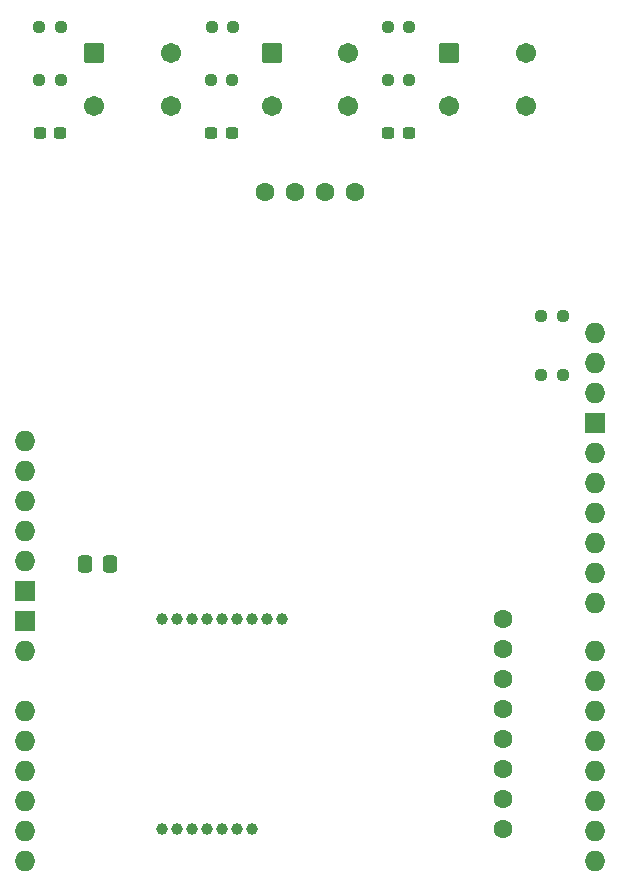
<source format=gts>
G04 #@! TF.GenerationSoftware,KiCad,Pcbnew,8.0.6*
G04 #@! TF.CreationDate,2025-12-03T00:04:18-05:00*
G04 #@! TF.ProjectId,dead_reckoning_shield,64656164-5f72-4656-936b-6f6e696e675f,rev?*
G04 #@! TF.SameCoordinates,Original*
G04 #@! TF.FileFunction,Soldermask,Top*
G04 #@! TF.FilePolarity,Negative*
%FSLAX46Y46*%
G04 Gerber Fmt 4.6, Leading zero omitted, Abs format (unit mm)*
G04 Created by KiCad (PCBNEW 8.0.6) date 2025-12-03 00:04:18*
%MOMM*%
%LPD*%
G01*
G04 APERTURE LIST*
G04 Aperture macros list*
%AMRoundRect*
0 Rectangle with rounded corners*
0 $1 Rounding radius*
0 $2 $3 $4 $5 $6 $7 $8 $9 X,Y pos of 4 corners*
0 Add a 4 corners polygon primitive as box body*
4,1,4,$2,$3,$4,$5,$6,$7,$8,$9,$2,$3,0*
0 Add four circle primitives for the rounded corners*
1,1,$1+$1,$2,$3*
1,1,$1+$1,$4,$5*
1,1,$1+$1,$6,$7*
1,1,$1+$1,$8,$9*
0 Add four rect primitives between the rounded corners*
20,1,$1+$1,$2,$3,$4,$5,0*
20,1,$1+$1,$4,$5,$6,$7,0*
20,1,$1+$1,$6,$7,$8,$9,0*
20,1,$1+$1,$8,$9,$2,$3,0*%
G04 Aperture macros list end*
%ADD10C,1.600000*%
%ADD11RoundRect,0.102000X-0.749000X-0.749000X0.749000X-0.749000X0.749000X0.749000X-0.749000X0.749000X0*%
%ADD12C,1.702000*%
%ADD13RoundRect,0.237500X-0.250000X-0.237500X0.250000X-0.237500X0.250000X0.237500X-0.250000X0.237500X0*%
%ADD14O,1.727200X1.727200*%
%ADD15R,1.727200X1.727200*%
%ADD16RoundRect,0.250000X-0.337500X-0.475000X0.337500X-0.475000X0.337500X0.475000X-0.337500X0.475000X0*%
%ADD17C,1.000000*%
%ADD18RoundRect,0.237500X-0.300000X-0.237500X0.300000X-0.237500X0.300000X0.237500X-0.300000X0.237500X0*%
%ADD19RoundRect,0.237500X0.250000X0.237500X-0.250000X0.237500X-0.250000X-0.237500X0.250000X-0.237500X0*%
G04 APERTURE END LIST*
D10*
X216350000Y-138890000D03*
X216350000Y-136350000D03*
X216350000Y-133810000D03*
X216350000Y-131270000D03*
X216350000Y-128730000D03*
X216350000Y-126190000D03*
X216350000Y-123650000D03*
X216350000Y-121110000D03*
D11*
X196750000Y-73250000D03*
D12*
X203250000Y-73250000D03*
X196750000Y-77750000D03*
X203250000Y-77750000D03*
D13*
X219587500Y-95500000D03*
X221412500Y-95500000D03*
D14*
X175870000Y-106043000D03*
X175870000Y-108583000D03*
X175870000Y-111123000D03*
X175870000Y-113663000D03*
X175870000Y-116203000D03*
D15*
X175870000Y-118743000D03*
X175870000Y-121283000D03*
D14*
X175870000Y-123823000D03*
X175870000Y-128903000D03*
X175870000Y-131443000D03*
X175870000Y-133983000D03*
X175870000Y-136523000D03*
X175870000Y-139063000D03*
X175870000Y-141603000D03*
X224130000Y-141603000D03*
X224130000Y-139063000D03*
X224130000Y-136523000D03*
X224130000Y-133983000D03*
X224130000Y-131443000D03*
X224130000Y-128903000D03*
X224130000Y-126363000D03*
X224130000Y-123823000D03*
X224130000Y-119759000D03*
X224130000Y-117219000D03*
X224130000Y-114679000D03*
X224130000Y-112139000D03*
X224130000Y-109599000D03*
X224130000Y-107059000D03*
D15*
X224130000Y-104519000D03*
D14*
X224130000Y-101979000D03*
X224130000Y-99439000D03*
X224130000Y-96899000D03*
D16*
X180962500Y-116500000D03*
X183037500Y-116500000D03*
D10*
X196190000Y-85000000D03*
X198730000Y-85000000D03*
X201270000Y-85000000D03*
X203810000Y-85000000D03*
D13*
X177087500Y-75500000D03*
X178912500Y-75500000D03*
D17*
X187460000Y-138890000D03*
X188730000Y-138890000D03*
X190000000Y-138890000D03*
X191270000Y-138890000D03*
X192540000Y-138890000D03*
X193810000Y-138890000D03*
X195080000Y-138890000D03*
X187460000Y-121110000D03*
X188730000Y-121110000D03*
X190000000Y-121110000D03*
X191270000Y-121110000D03*
X192540000Y-121110000D03*
X193810000Y-121110000D03*
X195080000Y-121110000D03*
X196350000Y-121110000D03*
X197620000Y-121110000D03*
D13*
X206587500Y-75500000D03*
X208412500Y-75500000D03*
D18*
X206637500Y-80000000D03*
X208362500Y-80000000D03*
D13*
X191587500Y-75500000D03*
X193412500Y-75500000D03*
D18*
X191637500Y-80000000D03*
X193362500Y-80000000D03*
D19*
X208412500Y-71000000D03*
X206587500Y-71000000D03*
X178912500Y-71000000D03*
X177087500Y-71000000D03*
D11*
X211750000Y-73250000D03*
D12*
X218250000Y-73250000D03*
X211750000Y-77750000D03*
X218250000Y-77750000D03*
D13*
X219587500Y-100500000D03*
X221412500Y-100500000D03*
D19*
X193500000Y-71000000D03*
X191675000Y-71000000D03*
D18*
X177137500Y-80000000D03*
X178862500Y-80000000D03*
D11*
X181750000Y-73250000D03*
D12*
X188250000Y-73250000D03*
X181750000Y-77750000D03*
X188250000Y-77750000D03*
M02*

</source>
